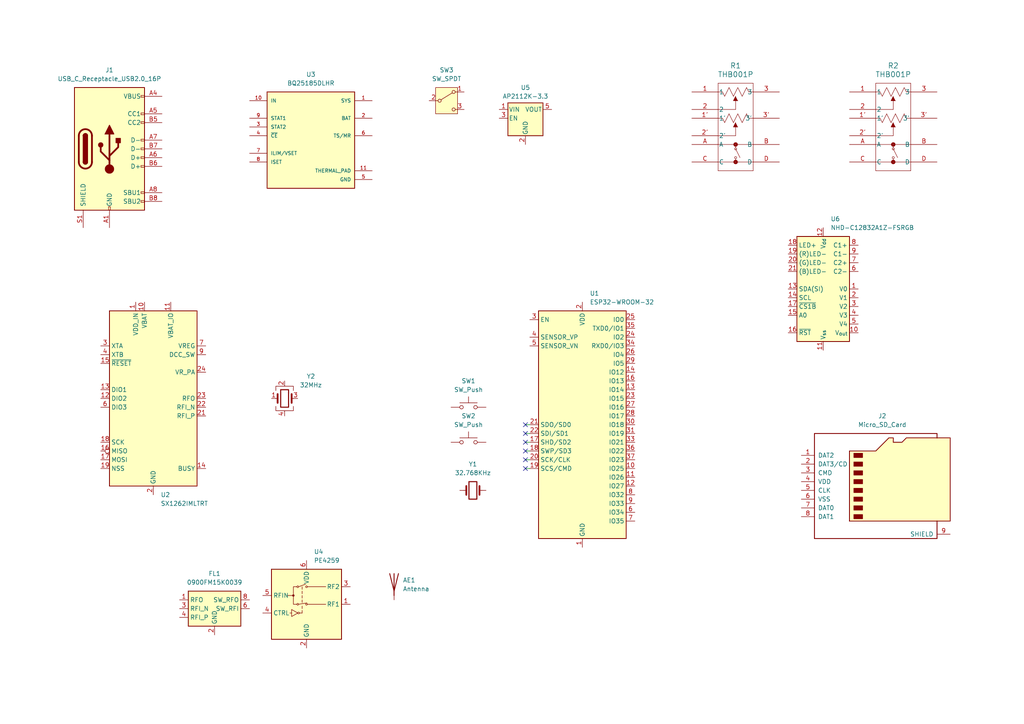
<source format=kicad_sch>
(kicad_sch (version 20250114) (generator "eeschema") (generator_version "9.0")
  (paper "A4")
  (lib_symbols
    (symbol "Connector:Micro_SD_Card" (pin_names (offset 1.016))
      (property "Reference" "J" (at -16.51 15.24 0))
      (property "Value" "Micro_SD_Card" (at 16.51 15.24 0))
      (symbol "Micro_SD_Card_0_1"
        (polyline (pts (xy -8.89 -11.43) (xy -8.89 8.89) (xy -1.27 8.89) (xy 2.54 12.7) (xy 3.81 12.7) (xy 3.81 11.43) (xy 6.35 11.43) (xy 7.62 12.7) (xy 20.32 12.7) (xy 20.32 -11.43) (xy -8.89 -11.43)) (stroke (width 0.254)) (fill (type background)))
        (rectangle (start -7.62 8.255) (end -5.08 6.985) (fill (type outline)))
        (rectangle (start -7.62 5.715) (end -5.08 4.445) (fill (type outline)))
        (rectangle (start -7.62 3.175) (end -5.08 1.905) (fill (type outline)))
        (rectangle (start -7.62 0.635) (end -5.08 -0.635) (fill (type outline)))
        (rectangle (start -7.62 -1.905) (end -5.08 -3.175) (fill (type outline)))
        (rectangle (start -7.62 -4.445) (end -5.08 -5.715) (fill (type outline)))
        (rectangle (start -7.62 -6.985) (end -5.08 -8.255) (fill (type outline)))
        (rectangle (start -7.62 -9.525) (end -5.08 -10.795) (fill (type outline)))
        (polyline (pts (xy 16.51 12.7) (xy 16.51 13.97) (xy -19.05 13.97) (xy -19.05 -16.51) (xy 16.51 -16.51) (xy 16.51 -11.43)) (stroke (width 0.254)))
      )
      (symbol "Micro_SD_Card_1_1"
        (pin bidirectional line (at -22.86 7.62 0) (length 3.81) (name "DAT2") (number "1"))
        (pin bidirectional line (at -22.86 5.08 0) (length 3.81) (name "DAT3/CD") (number "2"))
        (pin input line (at -22.86 2.54 0) (length 3.81) (name "CMD") (number "3"))
        (pin power_in line (at -22.86 0 0) (length 3.81) (name "VDD") (number "4"))
        (pin input line (at -22.86 -2.54 0) (length 3.81) (name "CLK") (number "5"))
        (pin power_in line (at -22.86 -5.08 0) (length 3.81) (name "VSS") (number "6"))
        (pin bidirectional line (at -22.86 -7.62 0) (length 3.81) (name "DAT0") (number "7"))
        (pin bidirectional line (at -22.86 -10.16 0) (length 3.81) (name "DAT1") (number "8"))
        (pin passive line (at 20.32 -15.24 180) (length 3.81) (name "SHIELD") (number "9"))
      )
    )
    (symbol "Connector:USB_C_Receptacle_USB2.0_16P" (pin_names (offset 1.016))
      (property "Reference" "J" (at 0 22.225 0))
      (property "Value" "USB_C_Receptacle_USB2.0_16P" (at 0 19.685 0))
      (symbol "USB_C_Receptacle_USB2.0_16P_0_0"
        (rectangle (start -0.254 -17.78) (end 0.254 -16.764))
        (rectangle (start 10.16 15.494) (end 9.144 14.986))
        (rectangle (start 10.16 10.414) (end 9.144 9.906))
        (rectangle (start 10.16 7.874) (end 9.144 7.366))
        (rectangle (start 10.16 2.794) (end 9.144 2.286))
        (rectangle (start 10.16 0.254) (end 9.144 -0.254))
        (rectangle (start 10.16 -2.286) (end 9.144 -2.794))
        (rectangle (start 10.16 -4.826) (end 9.144 -5.334))
        (rectangle (start 10.16 -12.446) (end 9.144 -12.954))
        (rectangle (start 10.16 -14.986) (end 9.144 -15.494))
      )
      (symbol "USB_C_Receptacle_USB2.0_16P_0_1"
        (rectangle (start -10.16 17.78) (end 10.16 -17.78) (stroke (width 0.254)) (fill (type background)))
        (polyline (pts (xy -8.89 -3.81) (xy -8.89 3.81)) (stroke (width 0.508)))
        (rectangle (start -7.62 -3.81) (end -6.35 3.81) (stroke (width 0.254)) (fill (type outline)))
        (arc (start -7.62 3.81) (mid -6.985 4.4423) (end -6.35 3.81) (stroke (width 0.254)))
        (arc (start -7.62 3.81) (mid -6.985 4.4423) (end -6.35 3.81) (stroke (width 0.254)) (fill (type outline)))
        (arc (start -8.89 3.81) (mid -6.985 5.7067) (end -5.08 3.81) (stroke (width 0.508)))
        (arc (start -5.08 -3.81) (mid -6.985 -5.7067) (end -8.89 -3.81) (stroke (width 0.508)))
        (arc (start -6.35 -3.81) (mid -6.985 -4.4423) (end -7.62 -3.81) (stroke (width 0.254)))
        (arc (start -6.35 -3.81) (mid -6.985 -4.4423) (end -7.62 -3.81) (stroke (width 0.254)) (fill (type outline)))
        (polyline (pts (xy -5.08 3.81) (xy -5.08 -3.81)) (stroke (width 0.508)))
        (circle (center -2.54 1.143) (radius 0.635) (stroke (width 0.254)) (fill (type outline)))
        (polyline (pts (xy -1.27 4.318) (xy 0 6.858) (xy 1.27 4.318) (xy -1.27 4.318)) (stroke (width 0.254)) (fill (type outline)))
        (polyline (pts (xy 0 -2.032) (xy 2.54 0.508) (xy 2.54 1.778)) (stroke (width 0.508)))
        (polyline (pts (xy 0 -3.302) (xy -2.54 -0.762) (xy -2.54 0.508)) (stroke (width 0.508)))
        (polyline (pts (xy 0 -5.842) (xy 0 4.318)) (stroke (width 0.508)))
        (circle (center 0 -5.842) (radius 1.27) (fill (type outline)))
        (rectangle (start 1.905 1.778) (end 3.175 3.048) (stroke (width 0.254)) (fill (type outline)))
      )
      (symbol "USB_C_Receptacle_USB2.0_16P_1_1"
        (pin passive line (at -7.62 -22.86 90) (length 5.08) (name "SHIELD") (number "S1"))
        (pin passive line (at 0 -22.86 90) (length 5.08) (name "GND") (number "A1"))
        (pin passive line (at 0 -22.86 90) (length 5.08) (hide yes) (name "GND") (number "A12"))
        (pin passive line (at 0 -22.86 90) (length 5.08) (hide yes) (name "GND") (number "B1"))
        (pin passive line (at 0 -22.86 90) (length 5.08) (hide yes) (name "GND") (number "B12"))
        (pin passive line (at 15.24 15.24 180) (length 5.08) (name "VBUS") (number "A4"))
        (pin passive line (at 15.24 15.24 180) (length 5.08) (hide yes) (name "VBUS") (number "A9"))
        (pin passive line (at 15.24 15.24 180) (length 5.08) (hide yes) (name "VBUS") (number "B4"))
        (pin passive line (at 15.24 15.24 180) (length 5.08) (hide yes) (name "VBUS") (number "B9"))
        (pin bidirectional line (at 15.24 10.16 180) (length 5.08) (name "CC1") (number "A5"))
        (pin bidirectional line (at 15.24 7.62 180) (length 5.08) (name "CC2") (number "B5"))
        (pin bidirectional line (at 15.24 2.54 180) (length 5.08) (name "D-") (number "A7"))
        (pin bidirectional line (at 15.24 0 180) (length 5.08) (name "D-") (number "B7"))
        (pin bidirectional line (at 15.24 -2.54 180) (length 5.08) (name "D+") (number "A6"))
        (pin bidirectional line (at 15.24 -5.08 180) (length 5.08) (name "D+") (number "B6"))
        (pin bidirectional line (at 15.24 -12.7 180) (length 5.08) (name "SBU1") (number "A8"))
        (pin bidirectional line (at 15.24 -15.24 180) (length 5.08) (name "SBU2") (number "B8"))
      )
    )
    (symbol "Device:Antenna" (pin_numbers (hide yes)) (pin_names (offset 1.016) (hide yes))
      (property "Reference" "AE" (at -1.905 1.905 0))
      (property "Value" "Antenna" (at -1.905 0 0))
      (symbol "Antenna_0_1"
        (polyline (pts (xy 0 2.54) (xy 0 -3.81)) (stroke (width 0.254)))
        (polyline (pts (xy 1.27 2.54) (xy 0 -2.54) (xy -1.27 2.54)) (stroke (width 0.254)))
      )
      (symbol "Antenna_1_1"
        (pin input line (at 0 -5.08 90) (length 2.54) (name "A") (number "1"))
      )
    )
    (symbol "Device:Crystal" (pin_numbers (hide yes)) (pin_names (offset 1.016) (hide yes))
      (property "Reference" "Y" (at 0 3.81 0))
      (property "Value" "Crystal" (at 0 -3.81 0))
      (symbol "Crystal_0_1"
        (polyline (pts (xy -2.54 0) (xy -1.905 0)))
        (polyline (pts (xy -1.905 -1.27) (xy -1.905 1.27)) (stroke (width 0.508)))
        (rectangle (start -1.143 2.54) (end 1.143 -2.54) (stroke (width 0.3048)))
        (polyline (pts (xy 1.905 -1.27) (xy 1.905 1.27)) (stroke (width 0.508)))
        (polyline (pts (xy 2.54 0) (xy 1.905 0)))
      )
      (symbol "Crystal_1_1"
        (pin passive line (at -3.81 0 0) (length 1.27) (name "1") (number "1"))
        (pin passive line (at 3.81 0 180) (length 1.27) (name "2") (number "2"))
      )
    )
    (symbol "Device:Crystal_GND24" (pin_names (offset 1.016) (hide yes))
      (property "Reference" "Y" (at 3.175 5.08 0))
      (property "Value" "Crystal_GND24" (at 3.175 3.175 0))
      (symbol "Crystal_GND24_0_1"
        (polyline (pts (xy -2.54 2.286) (xy -2.54 3.556) (xy 2.54 3.556) (xy 2.54 2.286)))
        (polyline (pts (xy -2.54 0) (xy -2.032 0)))
        (polyline (pts (xy -2.54 -2.286) (xy -2.54 -3.556) (xy 2.54 -3.556) (xy 2.54 -2.286)))
        (polyline (pts (xy -2.032 -1.27) (xy -2.032 1.27)) (stroke (width 0.508)))
        (rectangle (start -1.143 2.54) (end 1.143 -2.54) (stroke (width 0.3048)))
        (polyline (pts (xy 0 3.556) (xy 0 3.81)))
        (polyline (pts (xy 0 -3.81) (xy 0 -3.556)))
        (polyline (pts (xy 2.032 0) (xy 2.54 0)))
        (polyline (pts (xy 2.032 -1.27) (xy 2.032 1.27)) (stroke (width 0.508)))
      )
      (symbol "Crystal_GND24_1_1"
        (pin passive line (at -3.81 0 0) (length 1.27) (name "1") (number "1"))
        (pin passive line (at 0 5.08 270) (length 1.27) (name "2") (number "2"))
        (pin passive line (at 0 -5.08 90) (length 1.27) (name "4") (number "4"))
        (pin passive line (at 3.81 0 180) (length 1.27) (name "3") (number "3"))
      )
    )
    (symbol "Display_Graphic:NHD-C12832A1Z-FSRGB"
      (property "Reference" "U" (at -7.62 15.875 0))
      (property "Value" "NHD-C12832A1Z-FSRGB" (at 2.54 -16.51 0))
      (symbol "NHD-C12832A1Z-FSRGB_0_1"
        (rectangle (start -7.62 15.24) (end 7.62 -15.24) (stroke (width 0.254)) (fill (type background)))
      )
      (symbol "NHD-C12832A1Z-FSRGB_1_1"
        (pin passive line (at -10.16 12.7 0) (length 2.54) (name "LED+") (number "18"))
        (pin passive line (at -10.16 10.16 0) (length 2.54) (name "(R)LED-") (number "19"))
        (pin passive line (at -10.16 7.62 0) (length 2.54) (name "(G)LED-") (number "20"))
        (pin passive line (at -10.16 5.08 0) (length 2.54) (name "(B)LED-") (number "21"))
        (pin input line (at -10.16 0 0) (length 2.54) (name "SDA(SI)") (number "13"))
        (pin input line (at -10.16 -2.54 0) (length 2.54) (name "SCL") (number "14"))
        (pin input line (at -10.16 -5.08 0) (length 2.54) (name "~{CS1B}") (number "17"))
        (pin input line (at -10.16 -7.62 0) (length 2.54) (name "A0") (number "15"))
        (pin input line (at -10.16 -12.7 0) (length 2.54) (name "~{RST}") (number "16"))
        (pin power_in line (at 0 17.78 270) (length 2.54) (name "V_{dd}") (number "12"))
        (pin power_in line (at 0 -17.78 90) (length 2.54) (name "V_{ss}") (number "11"))
        (pin passive line (at 10.16 12.7 180) (length 2.54) (name "C1+") (number "8"))
        (pin passive line (at 10.16 10.16 180) (length 2.54) (name "C1-") (number "9"))
        (pin passive line (at 10.16 7.62 180) (length 2.54) (name "C2+") (number "7"))
        (pin passive line (at 10.16 5.08 180) (length 2.54) (name "C2-") (number "6"))
        (pin passive line (at 10.16 0 180) (length 2.54) (name "V0") (number "1"))
        (pin passive line (at 10.16 -2.54 180) (length 2.54) (name "V1") (number "2"))
        (pin passive line (at 10.16 -5.08 180) (length 2.54) (name "V2") (number "3"))
        (pin passive line (at 10.16 -7.62 180) (length 2.54) (name "V3") (number "4"))
        (pin passive line (at 10.16 -10.16 180) (length 2.54) (name "V4") (number "5"))
        (pin passive line (at 10.16 -12.7 180) (length 2.54) (name "V_{out}") (number "10"))
      )
    )
    (symbol "Filter:0900FM15K0039"
      (property "Reference" "FL" (at -6.35 -6.35 0))
      (property "Value" "0900FM15K0039" (at 0 6.35 0))
      (symbol "0900FM15K0039_0_0"
        (pin passive line (at -10.16 2.54 0) (length 2.54) (name "RFO") (number "1"))
        (pin passive line (at -10.16 0 0) (length 2.54) (name "RFI_N") (number "3"))
        (pin passive line (at -10.16 -2.54 0) (length 2.54) (name "RFI_P") (number "4"))
        (pin passive line (at 0 -7.62 90) (length 2.54) (hide yes) (name "GND") (number "10"))
        (pin power_in line (at 0 -7.62 90) (length 2.54) (name "GND") (number "2"))
        (pin passive line (at 0 -7.62 90) (length 2.54) (hide yes) (name "GND") (number "5"))
        (pin passive line (at 0 -7.62 90) (length 2.54) (hide yes) (name "GND") (number "7"))
        (pin passive line (at 0 -7.62 90) (length 2.54) (hide yes) (name "GND") (number "9"))
        (pin passive line (at 10.16 2.54 180) (length 2.54) (name "SW_RFO") (number "8"))
        (pin passive line (at 10.16 0 180) (length 2.54) (name "SW_RFI") (number "6"))
      )
      (symbol "0900FM15K0039_0_1"
        (rectangle (start -7.62 5.08) (end 7.62 -5.08) (stroke (width 0.254)) (fill (type background)))
      )
    )
    (symbol "Imports:BQ25185DLHR" (pin_names (offset 1.016))
      (property "Reference" "U" (at -12.7 15.748 0))
      (property "Value" "BQ25185DLHR" (at -12.7 -15.24 0))
      (symbol "BQ25185DLHR_0_0"
        (rectangle (start -12.7 -12.7) (end 12.7 15.24) (stroke (width 0.254)) (fill (type background)))
        (pin input line (at -17.78 12.7 0) (length 5.08) (name "IN") (number "10"))
        (pin output line (at -17.78 7.62 0) (length 5.08) (name "STAT1") (number "9"))
        (pin output line (at -17.78 5.08 0) (length 5.08) (name "STAT2") (number "3"))
        (pin input line (at -17.78 2.54 0) (length 5.08) (name "~{CE}") (number "4"))
        (pin input line (at -17.78 -2.54 0) (length 5.08) (name "ILIM/VSET") (number "7"))
        (pin input line (at -17.78 -5.08 0) (length 5.08) (name "ISET") (number "8"))
        (pin output line (at 17.78 12.7 180) (length 5.08) (name "SYS") (number "1"))
        (pin output line (at 17.78 7.62 180) (length 5.08) (name "BAT") (number "2"))
        (pin input line (at 17.78 2.54 180) (length 5.08) (name "TS/MR") (number "6"))
        (pin passive line (at 17.78 -7.62 180) (length 5.08) (name "THERMAL_PAD") (number "11"))
        (pin power_in line (at 17.78 -10.16 180) (length 5.08) (name "GND") (number "5"))
      )
    )
    (symbol "Imports:PE4259"
      (property "Reference" "U" (at -10.16 11.43 0))
      (property "Value" "PE4259" (at 1.27 11.43 0))
      (symbol "PE4259_0_0"
        (rectangle (start -10.16 10.16) (end 10.16 -10.16) (stroke (width 0.254)) (fill (type background)))
        (polyline (pts (xy -4.318 -1.524) (xy -4.318 -3.556) (xy -2.54 -2.54) (xy -4.318 -1.524)))
        (polyline (pts (xy -4.318 -2.54) (xy -4.826 -2.54)))
        (circle (center -3.81 2.54) (radius 0.254) (fill (type outline)))
        (polyline (pts (xy -3.81 2.54) (xy -5.588 2.54)))
        (polyline (pts (xy -2.794 0) (xy -3.81 0) (xy -3.81 5.08) (xy -2.794 5.08)))
        (circle (center -2.286 -2.54) (radius 0.254))
        (polyline (pts (xy -1.27 5.08) (xy -1.27 4.318)))
        (polyline (pts (xy -1.27 3.81) (xy -1.27 3.048)))
        (polyline (pts (xy -1.27 2.54) (xy -1.27 1.778)))
        (polyline (pts (xy -1.27 1.27) (xy -1.27 0.508)))
        (polyline (pts (xy -1.27 -1.27) (xy -1.27 -0.508)))
        (polyline (pts (xy -1.27 -2.54) (xy -2.032 -2.54)))
        (polyline (pts (xy -1.27 -2.54) (xy -1.27 -1.778)))
        (polyline (pts (xy 0.254 5.08) (xy 5.588 5.08)))
        (polyline (pts (xy 0.254 0) (xy 5.588 0)))
      )
      (symbol "PE4259_0_1"
        (circle (center -2.54 5.08) (radius 0.254))
        (circle (center -2.54 0) (radius 0.254))
        (polyline (pts (xy -2.286 5.08) (xy -0.254 5.842)))
        (polyline (pts (xy -2.286 0) (xy 0.127 0.381)))
        (circle (center 0 5.08) (radius 0.254))
        (circle (center 0 0) (radius 0.254))
      )
      (symbol "PE4259_1_1"
        (pin passive line (at -12.7 2.54 0) (length 2.54) (name "RFIN") (number "5"))
        (pin input line (at -12.7 -2.54 0) (length 2.54) (name "CTRL") (number "4"))
        (pin power_in line (at 0 12.7 270) (length 2.54) (name "VDD") (number "6"))
        (pin power_in line (at 0 -12.7 90) (length 2.54) (name "GND") (number "2"))
        (pin passive line (at 12.7 5.08 180) (length 2.54) (name "RF2") (number "3"))
        (pin passive line (at 12.7 0 180) (length 2.54) (name "RF1") (number "1"))
      )
    )
    (symbol "Imports:THB001P" (pin_names (offset 0.254))
      (property "Reference" "R" (at 12.7 7.62 0))
      (property "Value" "THB001P" (at 12.7 5.08 0))
      (symbol "THB001P_0_1"
        (polyline (pts (xy 7.62 2.54) (xy 7.62 -22.86)) (stroke (width 0.127)))
        (polyline (pts (xy 7.62 0) (xy 8.89 0)) (stroke (width 0.127)))
        (polyline (pts (xy 7.62 -5.08) (xy 12.7 -5.08)) (stroke (width 0.127)))
        (polyline (pts (xy 7.62 -7.62) (xy 8.89 -7.62)) (stroke (width 0.127)))
        (polyline (pts (xy 7.62 -12.7) (xy 12.7 -12.7)) (stroke (width 0.127)))
        (polyline (pts (xy 7.62 -15.24) (xy 17.78 -15.24)) (stroke (width 0.127)))
        (polyline (pts (xy 7.62 -20.32) (xy 17.78 -20.32)) (stroke (width 0.127)))
        (polyline (pts (xy 7.62 -22.86) (xy 17.78 -22.86)) (stroke (width 0.127)))
        (polyline (pts (xy 8.89 0) (xy 9.525 -1.27)) (stroke (width 0.127)))
        (polyline (pts (xy 8.89 -7.62) (xy 9.525 -8.89)) (stroke (width 0.127)))
        (polyline (pts (xy 9.525 -1.27) (xy 10.795 1.27)) (stroke (width 0.127)))
        (polyline (pts (xy 9.525 -8.89) (xy 10.795 -6.35)) (stroke (width 0.127)))
        (polyline (pts (xy 10.795 1.27) (xy 12.065 -1.27)) (stroke (width 0.127)))
        (polyline (pts (xy 10.795 -6.35) (xy 12.065 -8.89)) (stroke (width 0.127)))
        (polyline (pts (xy 12.065 -1.27) (xy 13.335 1.27)) (stroke (width 0.127)))
        (polyline (pts (xy 12.065 -8.89) (xy 13.335 -6.35)) (stroke (width 0.127)))
        (polyline (pts (xy 12.7 -1.27) (xy 12.065 -2.54) (xy 13.335 -2.54)) (fill (type outline)))
        (polyline (pts (xy 12.7 -5.08) (xy 12.7 -2.54)) (stroke (width 0.127)))
        (polyline (pts (xy 12.7 -8.89) (xy 12.065 -10.16) (xy 13.335 -10.16)) (fill (type outline)))
        (polyline (pts (xy 12.7 -12.7) (xy 12.7 -10.16)) (stroke (width 0.127)))
        (circle (center 12.7 -15.24) (radius 0.127) (stroke (width 0.508)))
        (polyline (pts (xy 12.7 -16.1925) (xy 12.7 -15.24)) (stroke (width 0.127)))
        (polyline (pts (xy 12.7 -16.51) (xy 13.97 -19.05)) (stroke (width 0.127)))
        (circle (center 12.7 -16.51) (radius 0.3048) (stroke (width 0.127)))
        (circle (center 12.7 -19.05) (radius 0.3048) (stroke (width 0.127)))
        (polyline (pts (xy 12.7 -19.3675) (xy 12.7 -20.32)) (stroke (width 0.127)))
        (circle (center 12.7 -20.32) (radius 0.127) (stroke (width 0.508)))
        (polyline (pts (xy 13.335 1.27) (xy 14.605 -1.27)) (stroke (width 0.127)))
        (polyline (pts (xy 13.335 -6.35) (xy 14.605 -8.89)) (stroke (width 0.127)))
        (polyline (pts (xy 14.605 -1.27) (xy 15.875 1.27)) (stroke (width 0.127)))
        (polyline (pts (xy 14.605 -8.89) (xy 15.875 -6.35)) (stroke (width 0.127)))
        (polyline (pts (xy 15.875 1.27) (xy 16.51 0)) (stroke (width 0.127)))
        (polyline (pts (xy 15.875 -6.35) (xy 16.51 -7.62)) (stroke (width 0.127)))
        (polyline (pts (xy 16.51 0) (xy 17.78 0)) (stroke (width 0.127)))
        (polyline (pts (xy 16.51 -7.62) (xy 17.78 -7.62)) (stroke (width 0.127)))
        (polyline (pts (xy 17.78 2.54) (xy 7.62 2.54)) (stroke (width 0.127)))
        (polyline (pts (xy 17.78 -22.86) (xy 17.78 2.54)) (stroke (width 0.127)))
        (pin unspecified line (at 0 0 0) (length 7.62) (name "1") (number "1"))
        (pin unspecified line (at 0 -5.08 0) (length 7.62) (name "2") (number "2"))
        (pin unspecified line (at 0 -7.62 0) (length 7.62) (name "1'") (number "1'"))
        (pin unspecified line (at 0 -12.7 0) (length 7.62) (name "2'") (number "2'"))
        (pin unspecified line (at 0 -15.24 0) (length 7.62) (name "A") (number "A"))
        (pin unspecified line (at 0 -20.32 0) (length 7.62) (name "C") (number "C"))
        (pin unspecified line (at 25.4 0 180) (length 7.62) (name "3") (number "3"))
        (pin unspecified line (at 25.4 -7.62 180) (length 7.62) (name "3'") (number "3'"))
        (pin unspecified line (at 25.4 -15.24 180) (length 7.62) (name "B") (number "B"))
        (pin unspecified line (at 25.4 -20.32 180) (length 7.62) (name "D") (number "D"))
      )
    )
    (symbol "RF:SX1262IMLTRT"
      (property "Reference" "U" (at 13.97 24.13 0))
      (property "Value" "SX1262IMLTRT" (at 13.97 21.59 0))
      (symbol "SX1262IMLTRT_0_1"
        (rectangle (start -12.7 25.4) (end 12.7 -25.4) (stroke (width 0.254)) (fill (type background)))
      )
      (symbol "SX1262IMLTRT_1_1"
        (pin bidirectional line (at -15.24 15.24 0) (length 2.54) (name "XTA") (number "3"))
        (pin bidirectional line (at -15.24 12.7 0) (length 2.54) (name "XTB") (number "4"))
        (pin input line (at -15.24 10.16 0) (length 2.54) (name "~{RESET}") (number "15"))
        (pin bidirectional line (at -15.24 2.54 0) (length 2.54) (name "DIO1") (number "13"))
        (pin bidirectional line (at -15.24 0 0) (length 2.54) (name "DIO2") (number "12"))
        (pin bidirectional line (at -15.24 -2.54 0) (length 2.54) (name "DIO3") (number "6"))
        (pin input line (at -15.24 -12.7 0) (length 2.54) (name "SCK") (number "18"))
        (pin tri_state inverted (at -15.24 -15.24 0) (length 2.54) (name "MISO") (number "16"))
        (pin input line (at -15.24 -17.78 0) (length 2.54) (name "MOSI") (number "17"))
        (pin input line (at -15.24 -20.32 0) (length 2.54) (name "NSS") (number "19"))
        (pin power_in line (at -5.08 27.94 270) (length 2.54) (name "VDD_IN") (number "1"))
        (pin power_in line (at -2.54 27.94 270) (length 2.54) (name "VBAT") (number "10"))
        (pin power_in line (at 0 -27.94 90) (length 2.54) (name "GND") (number "2"))
        (pin passive line (at 0 -27.94 90) (length 2.54) (hide yes) (name "GND") (number "20"))
        (pin passive line (at 0 -27.94 90) (length 2.54) (hide yes) (name "GND") (number "25"))
        (pin passive line (at 0 -27.94 90) (length 2.54) (hide yes) (name "GND") (number "5"))
        (pin passive line (at 0 -27.94 90) (length 2.54) (hide yes) (name "GND") (number "8"))
        (pin power_in line (at 5.08 27.94 270) (length 2.54) (name "VBAT_IO") (number "11"))
        (pin power_out line (at 15.24 15.24 180) (length 2.54) (name "VREG") (number "7"))
        (pin power_out line (at 15.24 12.7 180) (length 2.54) (name "DCC_SW") (number "9"))
        (pin power_out line (at 15.24 7.62 180) (length 2.54) (name "VR_PA") (number "24"))
        (pin output line (at 15.24 0 180) (length 2.54) (name "RFO") (number "23"))
        (pin input line (at 15.24 -2.54 180) (length 2.54) (name "RFI_N") (number "22"))
        (pin input line (at 15.24 -5.08 180) (length 2.54) (name "RFI_P") (number "21"))
        (pin output line (at 15.24 -20.32 180) (length 2.54) (name "BUSY") (number "14"))
      )
    )
    (symbol "RF_Module:ESP32-WROOM-32"
      (property "Reference" "U" (at -12.7 34.29 0))
      (property "Value" "ESP32-WROOM-32" (at 1.27 34.29 0))
      (symbol "ESP32-WROOM-32_0_1"
        (rectangle (start -12.7 33.02) (end 12.7 -33.02) (stroke (width 0.254)) (fill (type background)))
      )
      (symbol "ESP32-WROOM-32_1_1"
        (pin input line (at -15.24 30.48 0) (length 2.54) (name "EN") (number "3"))
        (pin input line (at -15.24 25.4 0) (length 2.54) (name "SENSOR_VP") (number "4"))
        (pin input line (at -15.24 22.86 0) (length 2.54) (name "SENSOR_VN") (number "5"))
        (pin bidirectional line (at -15.24 0 0) (length 2.54) (name "SDO/SD0") (number "21"))
        (pin bidirectional line (at -15.24 -2.54 0) (length 2.54) (name "SDI/SD1") (number "22"))
        (pin bidirectional line (at -15.24 -5.08 0) (length 2.54) (name "SHD/SD2") (number "17"))
        (pin bidirectional line (at -15.24 -7.62 0) (length 2.54) (name "SWP/SD3") (number "18"))
        (pin bidirectional line (at -15.24 -10.16 0) (length 2.54) (name "SCK/CLK") (number "20"))
        (pin bidirectional line (at -15.24 -12.7 0) (length 2.54) (name "SCS/CMD") (number "19"))
        (pin no_connect line (at -12.7 -27.94 0) (length 2.54) (hide yes) (name "NC") (number "32"))
        (pin power_in line (at 0 35.56 270) (length 2.54) (name "VDD") (number "2"))
        (pin power_in line (at 0 -35.56 90) (length 2.54) (name "GND") (number "1"))
        (pin passive line (at 0 -35.56 90) (length 2.54) (hide yes) (name "GND") (number "15"))
        (pin passive line (at 0 -35.56 90) (length 2.54) (hide yes) (name "GND") (number "38"))
        (pin passive line (at 0 -35.56 90) (length 2.54) (hide yes) (name "GND") (number "39"))
        (pin bidirectional line (at 15.24 30.48 180) (length 2.54) (name "IO0") (number "25"))
        (pin bidirectional line (at 15.24 27.94 180) (length 2.54) (name "TXD0/IO1") (number "35"))
        (pin bidirectional line (at 15.24 25.4 180) (length 2.54) (name "IO2") (number "24"))
        (pin bidirectional line (at 15.24 22.86 180) (length 2.54) (name "RXD0/IO3") (number "34"))
        (pin bidirectional line (at 15.24 20.32 180) (length 2.54) (name "IO4") (number "26"))
        (pin bidirectional line (at 15.24 17.78 180) (length 2.54) (name "IO5") (number "29"))
        (pin bidirectional line (at 15.24 15.24 180) (length 2.54) (name "IO12") (number "14"))
        (pin bidirectional line (at 15.24 12.7 180) (length 2.54) (name "IO13") (number "16"))
        (pin bidirectional line (at 15.24 10.16 180) (length 2.54) (name "IO14") (number "13"))
        (pin bidirectional line (at 15.24 7.62 180) (length 2.54) (name "IO15") (number "23"))
        (pin bidirectional line (at 15.24 5.08 180) (length 2.54) (name "IO16") (number "27"))
        (pin bidirectional line (at 15.24 2.54 180) (length 2.54) (name "IO17") (number "28"))
        (pin bidirectional line (at 15.24 0 180) (length 2.54) (name "IO18") (number "30"))
        (pin bidirectional line (at 15.24 -2.54 180) (length 2.54) (name "IO19") (number "31"))
        (pin bidirectional line (at 15.24 -5.08 180) (length 2.54) (name "IO21") (number "33"))
        (pin bidirectional line (at 15.24 -7.62 180) (length 2.54) (name "IO22") (number "36"))
        (pin bidirectional line (at 15.24 -10.16 180) (length 2.54) (name "IO23") (number "37"))
        (pin bidirectional line (at 15.24 -12.7 180) (length 2.54) (name "IO25") (number "10"))
        (pin bidirectional line (at 15.24 -15.24 180) (length 2.54) (name "IO26") (number "11"))
        (pin bidirectional line (at 15.24 -17.78 180) (length 2.54) (name "IO27") (number "12"))
        (pin bidirectional line (at 15.24 -20.32 180) (length 2.54) (name "IO32") (number "8"))
        (pin bidirectional line (at 15.24 -22.86 180) (length 2.54) (name "IO33") (number "9"))
        (pin input line (at 15.24 -25.4 180) (length 2.54) (name "IO34") (number "6"))
        (pin input line (at 15.24 -27.94 180) (length 2.54) (name "IO35") (number "7"))
      )
    )
    (symbol "Regulator_Linear:AP2112K-3.3" (pin_names (offset 0.254))
      (property "Reference" "U" (at -5.08 5.715 0))
      (property "Value" "AP2112K-3.3" (at 0 5.715 0))
      (symbol "AP2112K-3.3_0_1"
        (rectangle (start -5.08 4.445) (end 5.08 -5.08) (stroke (width 0.254)) (fill (type background)))
      )
      (symbol "AP2112K-3.3_1_1"
        (pin power_in line (at -7.62 2.54 0) (length 2.54) (name "VIN") (number "1"))
        (pin input line (at -7.62 0 0) (length 2.54) (name "EN") (number "3"))
        (pin power_in line (at 0 -7.62 90) (length 2.54) (name "GND") (number "2"))
        (pin no_connect line (at 5.08 0 180) (length 2.54) (hide yes) (name "NC") (number "4"))
        (pin power_out line (at 7.62 2.54 180) (length 2.54) (name "VOUT") (number "5"))
      )
    )
    (symbol "Switch:SW_Push" (pin_numbers (hide yes)) (pin_names (offset 1.016) (hide yes))
      (property "Reference" "SW" (at 1.27 2.54 0))
      (property "Value" "SW_Push" (at 0 -1.524 0))
      (symbol "SW_Push_0_1"
        (circle (center -2.032 0) (radius 0.508))
        (polyline (pts (xy 0 1.27) (xy 0 3.048)))
        (circle (center 2.032 0) (radius 0.508))
        (polyline (pts (xy 2.54 1.27) (xy -2.54 1.27)))
        (pin passive line (at -5.08 0 0) (length 2.54) (name "1") (number "1"))
        (pin passive line (at 5.08 0 180) (length 2.54) (name "2") (number "2"))
      )
    )
    (symbol "Switch:SW_SPDT" (pin_names (offset 0) (hide yes))
      (property "Reference" "SW" (at 0 5.08 0))
      (property "Value" "SW_SPDT" (at 0 -5.08 0))
      (symbol "SW_SPDT_0_1"
        (circle (center -2.032 0) (radius 0.4572))
        (polyline (pts (xy -1.651 0.254) (xy 1.651 2.286)))
        (circle (center 2.032 2.54) (radius 0.4572))
        (circle (center 2.032 -2.54) (radius 0.4572))
      )
      (symbol "SW_SPDT_1_1"
        (rectangle (start -3.175 3.81) (end 3.175 -3.81) (fill (type background)))
        (pin passive line (at -5.08 0 0) (length 2.54) (name "B") (number "2"))
        (pin passive line (at 5.08 2.54 180) (length 2.54) (name "A") (number "1"))
        (pin passive line (at 5.08 -2.54 180) (length 2.54) (name "C") (number "3"))
      )
    )
  )
  (no_connect (at 152.4 130.81))
  (no_connect (at 152.4 123.19))
  (no_connect (at 152.4 125.73))
  (no_connect (at 152.4 133.35))
  (no_connect (at 152.4 135.89))
  (no_connect (at 152.4 128.27))
  (wire (pts (xy 152.4 133.35) (xy 153.67 133.35)))
  (wire (pts (xy 152.4 128.27) (xy 153.67 128.27)))
  (wire (pts (xy 152.4 123.19) (xy 153.67 123.19)))
  (wire (pts (xy 152.4 125.73) (xy 153.67 125.73)))
  (wire (pts (xy 152.4 135.89) (xy 153.67 135.89)))
  (wire (pts (xy 152.4 130.81) (xy 153.67 130.81)))
  (symbol (lib_id "Imports:THB001P") (at 246.38 26.67 0) (unit 1)
    (property "Reference" "R2" (at 259.08 19.05 0) (effects (font (size 1.524 1.524))))
    (property "Value" "THB001P" (at 259.08 21.59 0) (effects (font (size 1.524 1.524))))
    (property "Footprint" "Imports:THB001P_CNK" (effects (hide yes)))
    (property "Datasheet" "THB001P" (effects (hide yes)))
  )
  (symbol (lib_id "Connector:Micro_SD_Card") (at 255.27 139.7 0) (unit 1)
    (property "Reference" "J2" (at 255.905 120.65 0))
    (property "Value" "Micro_SD_Card" (at 255.905 123.19 0))
    (property "Datasheet" "https://www.we-online.com/components/products/datasheet/693072010801.pdf" (effects (hide yes)))
    (property "Description" "Micro SD Card Socket" (effects (hide yes)))
  )
  (symbol (lib_id "Switch:SW_Push") (at 135.89 128.27 0) (unit 1)
    (property "Reference" "SW2" (at 135.89 120.65 0))
    (property "Value" "SW_Push" (at 135.89 123.19 0))
    (property "Description" "Push button switch, generic, two pins" (effects (hide yes)))
  )
  (symbol (lib_id "Display_Graphic:NHD-C12832A1Z-FSRGB") (at 238.76 83.82 0) (unit 1)
    (property "Reference" "U6" (at 240.9033 63.5 0) (effects (justify left)))
    (property "Value" "NHD-C12832A1Z-FSRGB" (at 240.9033 66.04 0) (effects (justify left)))
    (property "Footprint" "Display:NHD-C12832A1Z-FSRGB" (effects (hide yes)))
    (property "Datasheet" "https://www.newhavendisplay.com/specs/NHD-C12832A1Z-FSRGB-FBW-3V.pdf" (effects (hide yes)))
    (property "Description" "128x32 graphical LCD module with common anode RGB backlight, 1/33 duty, 3.3V" (effects (hide yes)))
  )
  (symbol (lib_id "Switch:SW_SPDT") (at 129.54 29.21 0) (unit 1)
    (property "Reference" "SW3" (at 129.54 20.32 0))
    (property "Value" "SW_SPDT" (at 129.54 22.86 0))
    (property "Description" "Switch, single pole double throw" (effects (hide yes)))
  )
  (symbol (lib_id "Imports:PE4259") (at 88.9 175.26 0) (unit 1)
    (property "Reference" "U4" (at 91.0433 160.02 0) (effects (justify left)))
    (property "Value" "PE4259" (at 91.0433 162.56 0) (effects (justify left)))
    (property "Footprint" "Package_TO_SOT_SMD:SOT-363_SC-70-6" (effects (hide yes)))
    (property "Datasheet" "https://lcsc.com/datasheet/lcsc_datasheet_2409301504_pSemi-PE4259-63_C470892.pdf" (effects (hide yes)))
    (property "Description" "SPDT DC-9GHz switch" (effects (hide yes)))
  )
  (symbol (lib_id "Connector:USB_C_Receptacle_USB2.0_16P") (at 31.75 43.18 0) (unit 1)
    (property "Reference" "J1" (at 31.75 20.32 0))
    (property "Value" "USB_C_Receptacle_USB2.0_16P" (at 31.75 22.86 0))
    (property "Datasheet" "https://www.usb.org/sites/default/files/documents/usb_type-c.zip" (effects (hide yes)))
    (property "Description" "USB 2.0-only 16P Type-C Receptacle connector" (effects (hide yes)))
  )
  (symbol (lib_id "Imports:THB001P") (at 200.66 26.67 0) (unit 1)
    (property "Reference" "R1" (at 213.36 19.05 0) (effects (font (size 1.524 1.524))))
    (property "Value" "THB001P" (at 213.36 21.59 0) (effects (font (size 1.524 1.524))))
    (property "Footprint" "Imports:THB001P_CNK" (effects (hide yes)))
    (property "Datasheet" "THB001P" (effects (hide yes)))
  )
  (symbol (lib_id "Switch:SW_Push") (at 135.89 118.11 0) (unit 1)
    (property "Reference" "SW1" (at 135.89 110.49 0))
    (property "Value" "SW_Push" (at 135.89 113.03 0))
    (property "Description" "Push button switch, generic, two pins" (effects (hide yes)))
  )
  (symbol (lib_id "Device:Antenna") (at 114.3 168.91 0) (unit 1)
    (property "Reference" "AE1" (at 116.84 168.2749 0) (effects (justify left)))
    (property "Value" "Antenna" (at 116.84 170.8149 0) (effects (justify left)))
    (property "Description" "Antenna" (effects (hide yes)))
  )
  (symbol (lib_id "Device:Crystal_GND24") (at 82.55 115.57 0) (unit 1)
    (property "Reference" "Y2" (at 90.17 109.1498 0))
    (property "Value" "32MHz" (at 90.17 111.6898 0))
    (property "Description" "Four pin crystal, GND on pins 2 and 4" (effects (hide yes)))
  )
  (symbol (lib_id "Regulator_Linear:AP2112K-3.3") (at 152.4 34.29 0) (unit 1)
    (property "Reference" "U5" (at 152.4 25.4 0))
    (property "Value" "AP2112K-3.3" (at 152.4 27.94 0))
    (property "Footprint" "Package_TO_SOT_SMD:SOT-23-5" (effects (hide yes)))
    (property "Datasheet" "https://www.diodes.com/assets/Datasheets/AP2112.pdf" (effects (hide yes)))
    (property "Description" "600mA low dropout linear regulator, with enable pin, 3.8V-6V input voltage range, 3.3V fixed positive output, SOT-23-5" (effects (hide yes)))
  )
  (symbol (lib_id "RF:SX1262IMLTRT") (at 44.45 115.57 0) (unit 1)
    (property "Reference" "U2" (at 46.5933 143.51 0) (effects (justify left)))
    (property "Value" "SX1262IMLTRT" (at 46.5933 146.05 0) (effects (justify left)))
    (property "Footprint" "Package_DFN_QFN:QFN-24-1EP_4x4mm_P0.5mm_EP2.6x2.6mm" (effects (hide yes)))
    (property "Datasheet" "https://semtech.file.force.com/sfc/dist/version/download/?oid=00DE0000000JelG&ids=0682R00000IjPWSQA3&d=%2Fa%2F2R000000Un7F%2FyT.fKdAr9ZAo3cJLc4F2cBdUsMftpT2vsOICP7NmvMo" (effects (hide yes)))
    (property "Description" "150 MHz to 960 MHz Low Power Long Range Transceiver, 22dBm output power, spreading factor from 5 to 12, LoRA, QFN-24" (effects (hide yes)))
  )
  (symbol (lib_id "Imports:BQ25185DLHR") (at 90.17 41.91 0) (unit 1)
    (property "Reference" "U3" (at 90.17 21.59 0))
    (property "Value" "BQ25185DLHR" (at 90.17 24.13 0))
    (property "Footprint" "BQ25185DLHR:IC_BQ25185DLHR" (effects (hide yes)))
    (property "SNAPEDA_PACKAGE_ID" "124517" (effects (hide yes)))
    (property "CREATOR" "AMINA" (effects (hide yes)))
    (property "STANDARD" "Manufacturer Recommendations" (effects (hide yes)))
    (property "PARTREV" "OCTOBER 2023" (effects (hide yes)))
    (property "MAXIMUM_PACKAGE_HEIGHT" "0.8mm" (effects (hide yes)))
    (property "MANUFACTURER" "Texas Instruments" (effects (hide yes)))
  )
  (symbol (lib_id "Device:Crystal") (at 137.16 142.24 0) (unit 1)
    (property "Reference" "Y1" (at 137.16 134.62 0))
    (property "Value" "32.768KHz" (at 137.16 137.16 0))
    (property "Description" "Two pin crystal" (effects (hide yes)))
  )
  (symbol (lib_id "Filter:0900FM15K0039") (at 62.23 176.53 0) (unit 1)
    (property "Reference" "FL1" (at 62.23 166.37 0))
    (property "Value" "0900FM15K0039" (at 62.23 168.91 0))
    (property "Footprint" "RF_Converter:Balun_Johanson_0900FM15K0039" (effects (hide yes)))
    (property "Datasheet" "https://www.johansontechnology.com/datasheets/0900FM15K0039/0900FM15K0039.pdf" (effects (hide yes)))
    (property "Description" "868MHz/915MHz Sub-GHz Impedance Matched Filter integrated passive for Semtech SX1261, SX1262, LLCC68" (effects (hide yes)))
  )
  (symbol (lib_id "RF_Module:ESP32-WROOM-32") (at 168.91 123.19 0) (unit 1)
    (property "Reference" "U1" (at 171.0533 85.09 0) (effects (justify left)))
    (property "Value" "ESP32-WROOM-32" (at 171.0533 87.63 0) (effects (justify left)))
    (property "Footprint" "RF_Module:ESP32-WROOM-32" (effects (hide yes)))
    (property "Datasheet" "https://www.espressif.com/sites/default/files/documentation/esp32-wroom-32_datasheet_en.pdf" (effects (hide yes)))
    (property "Description" "RF Module, ESP32-D0WDQ6 SoC, Wi-Fi 802.11b/g/n, Bluetooth, BLE, 32-bit, 2.7-3.6V, onboard antenna, SMD" (effects (hide yes)))
  )
)
</source>
